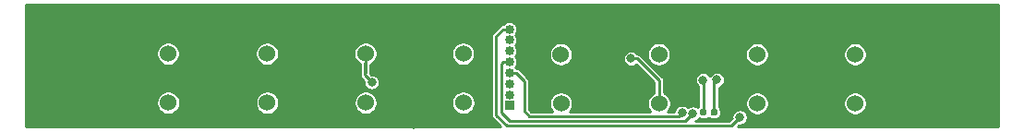
<source format=gbl>
%TF.GenerationSoftware,KiCad,Pcbnew,(5.1.6-0-10_14)*%
%TF.CreationDate,2020-06-29T16:19:24+02:00*%
%TF.ProjectId,rev0,72657630-2e6b-4696-9361-645f70636258,rev?*%
%TF.SameCoordinates,Original*%
%TF.FileFunction,Copper,L2,Bot*%
%TF.FilePolarity,Positive*%
%FSLAX46Y46*%
G04 Gerber Fmt 4.6, Leading zero omitted, Abs format (unit mm)*
G04 Created by KiCad (PCBNEW (5.1.6-0-10_14)) date 2020-06-29 16:19:24*
%MOMM*%
%LPD*%
G01*
G04 APERTURE LIST*
%TA.AperFunction,ComponentPad*%
%ADD10O,0.850000X0.850000*%
%TD*%
%TA.AperFunction,ComponentPad*%
%ADD11R,0.850000X0.850000*%
%TD*%
%TA.AperFunction,ComponentPad*%
%ADD12C,1.524000*%
%TD*%
%TA.AperFunction,ViaPad*%
%ADD13C,0.800000*%
%TD*%
%TA.AperFunction,Conductor*%
%ADD14C,0.250000*%
%TD*%
%TA.AperFunction,Conductor*%
%ADD15C,0.254000*%
%TD*%
G04 APERTURE END LIST*
D10*
%TO.P,J1,8*%
%TO.N,VCC*%
X147637500Y-83106500D03*
%TO.P,J1,7*%
%TO.N,SYN_A*%
X147637500Y-84106500D03*
%TO.P,J1,6*%
%TO.N,READY_A*%
X147637500Y-85106500D03*
%TO.P,J1,5*%
%TO.N,SCL*%
X147637500Y-86106500D03*
%TO.P,J1,4*%
%TO.N,SDA*%
X147637500Y-87106500D03*
%TO.P,J1,3*%
%TO.N,READY_B*%
X147637500Y-88106500D03*
%TO.P,J1,2*%
%TO.N,SYN_B*%
X147637500Y-89106500D03*
D11*
%TO.P,J1,1*%
%TO.N,GND*%
X147637500Y-90106500D03*
%TD*%
%TO.P,R3,2*%
%TO.N,VCC*%
%TA.AperFunction,SMDPad,CuDef*%
G36*
G01*
X166102800Y-90901300D02*
X166102800Y-90556300D01*
G75*
G02*
X166250300Y-90408800I147500J0D01*
G01*
X166545300Y-90408800D01*
G75*
G02*
X166692800Y-90556300I0J-147500D01*
G01*
X166692800Y-90901300D01*
G75*
G02*
X166545300Y-91048800I-147500J0D01*
G01*
X166250300Y-91048800D01*
G75*
G02*
X166102800Y-90901300I0J147500D01*
G01*
G37*
%TD.AperFunction*%
%TO.P,R3,1*%
%TO.N,Net-(IC2-Pad9)*%
%TA.AperFunction,SMDPad,CuDef*%
G36*
G01*
X165132800Y-90901300D02*
X165132800Y-90556300D01*
G75*
G02*
X165280300Y-90408800I147500J0D01*
G01*
X165575300Y-90408800D01*
G75*
G02*
X165722800Y-90556300I0J-147500D01*
G01*
X165722800Y-90901300D01*
G75*
G02*
X165575300Y-91048800I-147500J0D01*
G01*
X165280300Y-91048800D01*
G75*
G02*
X165132800Y-90901300I0J147500D01*
G01*
G37*
%TD.AperFunction*%
%TD*%
D12*
%TO.P,D8,2*%
%TO.N,VPD_B*%
X170355260Y-89903300D03*
%TO.P,D8,1*%
%TO.N,PD7*%
X170342560Y-85407500D03*
%TD*%
%TO.P,D7,2*%
%TO.N,VPD_B*%
X179346860Y-89903300D03*
%TO.P,D7,1*%
%TO.N,PD6*%
X179334160Y-85407500D03*
%TD*%
%TO.P,D6,2*%
%TO.N,VPD_B*%
X152372060Y-89903300D03*
%TO.P,D6,1*%
%TO.N,PD5*%
X152359360Y-85407500D03*
%TD*%
%TO.P,D5,2*%
%TO.N,VPD_B*%
X161363660Y-89903300D03*
%TO.P,D5,1*%
%TO.N,PD4*%
X161350960Y-85407500D03*
%TD*%
%TO.P,D4,2*%
%TO.N,VPD_A*%
X125427740Y-85356700D03*
%TO.P,D4,1*%
%TO.N,PD3*%
X125440440Y-89852500D03*
%TD*%
%TO.P,D3,2*%
%TO.N,VPD_A*%
X116347240Y-85356700D03*
%TO.P,D3,1*%
%TO.N,PD2*%
X116359940Y-89852500D03*
%TD*%
%TO.P,D2,2*%
%TO.N,VPD_A*%
X143398240Y-85356700D03*
%TO.P,D2,1*%
%TO.N,PD1*%
X143410940Y-89852500D03*
%TD*%
%TO.P,D1,2*%
%TO.N,VPD_A*%
X134444740Y-85356700D03*
%TO.P,D1,1*%
%TO.N,PD0*%
X134457440Y-89852500D03*
%TD*%
D13*
%TO.N,Net-(IC2-Pad9)*%
X165404800Y-87770498D03*
%TO.N,GND*%
X160274000Y-81635600D03*
X158902400Y-81686400D03*
X157276800Y-81686400D03*
X155498800Y-81686400D03*
X153466800Y-81686400D03*
X151587200Y-81686400D03*
X149555200Y-81635600D03*
X147675600Y-81686400D03*
X152603200Y-82956400D03*
X154584400Y-82956400D03*
X156464000Y-82905600D03*
X158699200Y-83108800D03*
X160731200Y-83058000D03*
X159562800Y-84886800D03*
X157581600Y-84836000D03*
X156006800Y-84734400D03*
X154127200Y-84226400D03*
X153822400Y-87680800D03*
X156464000Y-87680800D03*
X160070800Y-88900000D03*
X157683200Y-88900000D03*
X155244800Y-88798400D03*
X150876000Y-88900000D03*
X150418800Y-86512400D03*
X150571200Y-83870800D03*
X149860000Y-87985600D03*
X145338800Y-87477600D03*
X143256000Y-87477600D03*
X141630400Y-86106000D03*
X139039600Y-86055200D03*
X136448800Y-86055200D03*
X133146800Y-86360000D03*
X130556000Y-86309200D03*
X128422400Y-86258400D03*
X125425200Y-87376000D03*
X122529600Y-87426800D03*
X119938800Y-87528400D03*
X117043200Y-87528400D03*
X114147600Y-87680800D03*
X111201200Y-87680800D03*
X107848400Y-87731600D03*
X104444800Y-87833200D03*
X104292400Y-90576400D03*
X107645200Y-90525600D03*
X111150400Y-90830400D03*
X114452400Y-90932000D03*
X114096800Y-84480400D03*
X110896400Y-84277200D03*
X107492800Y-84429600D03*
X104444800Y-84531200D03*
X104444800Y-81940400D03*
X107492800Y-81889600D03*
X110693200Y-81686400D03*
X114147600Y-81737200D03*
X117398800Y-81635600D03*
X120294400Y-81737200D03*
X123444000Y-81737200D03*
X121158000Y-84277200D03*
X121208800Y-90373200D03*
X118567200Y-90220800D03*
X123850400Y-90474800D03*
X134162800Y-91795600D03*
X136652000Y-91795600D03*
X138836400Y-91846400D03*
X138684000Y-89458800D03*
X136398000Y-89408000D03*
X138582400Y-84023200D03*
X136499600Y-84023200D03*
X133604000Y-83972400D03*
X126339600Y-83261200D03*
X141732000Y-83870800D03*
X145592800Y-91592400D03*
X142087600Y-91592400D03*
X141071600Y-89560400D03*
X145491200Y-89763600D03*
X127863600Y-87630000D03*
X130962400Y-91236800D03*
X174955200Y-91135200D03*
X172110400Y-91135200D03*
X172008800Y-88646000D03*
X174955200Y-88696800D03*
X178003200Y-87985600D03*
X177952400Y-91236800D03*
X170281600Y-87680800D03*
X168808400Y-86766400D03*
X166928800Y-85902800D03*
X168605200Y-85242400D03*
X170332400Y-83261200D03*
X172567600Y-83261200D03*
X175107600Y-83159600D03*
X177139600Y-83312000D03*
X174142400Y-86258400D03*
X176479200Y-85394800D03*
X181152800Y-83413600D03*
X183997600Y-83210400D03*
X186232800Y-83159600D03*
X188417200Y-83159600D03*
X190804800Y-83058000D03*
X189890400Y-85394800D03*
X186994800Y-85293200D03*
X184759600Y-85242400D03*
X182270400Y-85191600D03*
X180644800Y-86715600D03*
X183642000Y-86817200D03*
X186283600Y-86817200D03*
X189382400Y-87071200D03*
X191770000Y-86106000D03*
X191820800Y-91135200D03*
X191516000Y-88442800D03*
X189687200Y-91236800D03*
X189636400Y-88798400D03*
X186944000Y-88646000D03*
X186842400Y-91033600D03*
X184251600Y-91084400D03*
X184200800Y-88950800D03*
X181660800Y-88849200D03*
X181660800Y-91135200D03*
X180340000Y-81737200D03*
X182778400Y-81686400D03*
X185115200Y-81686400D03*
X187604400Y-81686400D03*
X189433200Y-81788000D03*
X191617600Y-81635600D03*
X169011600Y-81280000D03*
X172212000Y-81178400D03*
X174853600Y-81178400D03*
X166827200Y-81584800D03*
X118364000Y-83566000D03*
X109626400Y-86055200D03*
X105867200Y-86055200D03*
X105918000Y-83159600D03*
X109321600Y-83058000D03*
X112928400Y-82753200D03*
X116230400Y-82753200D03*
X112776000Y-89662000D03*
X109524800Y-89306400D03*
X106070400Y-89306400D03*
X137769600Y-90627200D03*
X140157200Y-90627200D03*
X135686800Y-90779600D03*
X137668000Y-88493600D03*
X139903200Y-88442800D03*
X140157200Y-84582000D03*
X124155200Y-83769200D03*
X121259600Y-88747600D03*
X118668800Y-88442800D03*
X118567200Y-86207600D03*
X121412000Y-86207600D03*
X123647200Y-88747600D03*
X123850400Y-86258400D03*
X122174000Y-82753200D03*
X177901600Y-81330800D03*
X157175200Y-90322400D03*
X159562800Y-90373200D03*
X153873200Y-90373200D03*
X162661600Y-89357200D03*
X174193200Y-84429600D03*
X176072800Y-87071200D03*
X172313600Y-87071200D03*
X172110400Y-84785200D03*
%TO.N,VCC*%
X168757600Y-91186000D03*
X166674800Y-87745410D03*
%TO.N,VPD_A*%
X135026400Y-87974000D03*
%TO.N,VPD_B*%
X158800802Y-85801191D03*
%TO.N,SCL*%
X164460432Y-90839980D03*
%TO.N,SDA*%
X163462299Y-90765790D03*
%TD*%
D14*
%TO.N,Net-(IC2-Pad9)*%
X165427800Y-87793498D02*
X165404800Y-87770498D01*
X165427800Y-90728800D02*
X165427800Y-87793498D01*
%TO.N,VCC*%
X146437488Y-83705472D02*
X146437488Y-90977901D01*
X147444009Y-91984422D02*
X167959178Y-91984422D01*
X146437488Y-90977901D02*
X147444009Y-91984422D01*
X147036460Y-83106500D02*
X146437488Y-83705472D01*
X167959178Y-91984422D02*
X168757600Y-91186000D01*
X147637500Y-83106500D02*
X147036460Y-83106500D01*
X166397800Y-88022410D02*
X166674800Y-87745410D01*
X166397800Y-90728800D02*
X166397800Y-88022410D01*
%TO.N,VPD_A*%
X135026400Y-87974000D02*
X134366000Y-87313600D01*
X134366000Y-87313600D02*
X134366000Y-86207600D01*
X134444740Y-85356700D02*
X134444740Y-87099140D01*
%TO.N,VPD_B*%
X161363660Y-87798364D02*
X159366487Y-85801191D01*
X161363660Y-89903300D02*
X161363660Y-87798364D01*
X159366487Y-85801191D02*
X158800802Y-85801191D01*
%TO.N,SCL*%
X147637500Y-86106500D02*
X147036460Y-86106500D01*
X146887499Y-90791501D02*
X147630409Y-91534411D01*
X147036460Y-86106500D02*
X146887499Y-86255461D01*
X146887499Y-86255461D02*
X146887499Y-90791501D01*
X147630409Y-91534411D02*
X163766001Y-91534411D01*
X163766001Y-91534411D02*
X164460432Y-90839980D01*
%TO.N,SDA*%
X148238540Y-87106500D02*
X148996400Y-87864360D01*
X148996400Y-87864360D02*
X148996400Y-90627200D01*
X149453600Y-91084400D02*
X163143689Y-91084400D01*
X148996400Y-90627200D02*
X149453600Y-91084400D01*
X163143689Y-91084400D02*
X163462299Y-90765790D01*
X147637500Y-87106500D02*
X148238540Y-87106500D01*
%TD*%
D15*
%TO.N,GND*%
G36*
X192443000Y-82402022D02*
G01*
X192443000Y-88443977D01*
X192443001Y-88443983D01*
X192443001Y-92013000D01*
X168569824Y-92013000D01*
X168672507Y-91910317D01*
X168685997Y-91913000D01*
X168829203Y-91913000D01*
X168969658Y-91885062D01*
X169101964Y-91830259D01*
X169221036Y-91750698D01*
X169322298Y-91649436D01*
X169401859Y-91530364D01*
X169456662Y-91398058D01*
X169484600Y-91257603D01*
X169484600Y-91114397D01*
X169456662Y-90973942D01*
X169401859Y-90841636D01*
X169322298Y-90722564D01*
X169221036Y-90621302D01*
X169101964Y-90541741D01*
X168969658Y-90486938D01*
X168829203Y-90459000D01*
X168685997Y-90459000D01*
X168545542Y-90486938D01*
X168413236Y-90541741D01*
X168294164Y-90621302D01*
X168192902Y-90722564D01*
X168113341Y-90841636D01*
X168058538Y-90973942D01*
X168030600Y-91114397D01*
X168030600Y-91257603D01*
X168033283Y-91271093D01*
X167771955Y-91532422D01*
X164688472Y-91532422D01*
X164804796Y-91484239D01*
X164923868Y-91404678D01*
X165025130Y-91303416D01*
X165025762Y-91302471D01*
X165098111Y-91341142D01*
X165187421Y-91368234D01*
X165280300Y-91377382D01*
X165575300Y-91377382D01*
X165668179Y-91368234D01*
X165757489Y-91341142D01*
X165839797Y-91297148D01*
X165911941Y-91237941D01*
X165912800Y-91236894D01*
X165913659Y-91237941D01*
X165985803Y-91297148D01*
X166068111Y-91341142D01*
X166157421Y-91368234D01*
X166250300Y-91377382D01*
X166545300Y-91377382D01*
X166638179Y-91368234D01*
X166727489Y-91341142D01*
X166809797Y-91297148D01*
X166881941Y-91237941D01*
X166941148Y-91165797D01*
X166985142Y-91083489D01*
X167012234Y-90994179D01*
X167021382Y-90901300D01*
X167021382Y-90556300D01*
X167012234Y-90463421D01*
X166985142Y-90374111D01*
X166941148Y-90291803D01*
X166881941Y-90219659D01*
X166849800Y-90193282D01*
X166849800Y-89796043D01*
X169266260Y-89796043D01*
X169266260Y-90010557D01*
X169308110Y-90220950D01*
X169390201Y-90419135D01*
X169509379Y-90597497D01*
X169661063Y-90749181D01*
X169839425Y-90868359D01*
X170037610Y-90950450D01*
X170248003Y-90992300D01*
X170462517Y-90992300D01*
X170672910Y-90950450D01*
X170871095Y-90868359D01*
X171049457Y-90749181D01*
X171201141Y-90597497D01*
X171320319Y-90419135D01*
X171402410Y-90220950D01*
X171444260Y-90010557D01*
X171444260Y-89796043D01*
X178257860Y-89796043D01*
X178257860Y-90010557D01*
X178299710Y-90220950D01*
X178381801Y-90419135D01*
X178500979Y-90597497D01*
X178652663Y-90749181D01*
X178831025Y-90868359D01*
X179029210Y-90950450D01*
X179239603Y-90992300D01*
X179454117Y-90992300D01*
X179664510Y-90950450D01*
X179862695Y-90868359D01*
X180041057Y-90749181D01*
X180192741Y-90597497D01*
X180311919Y-90419135D01*
X180394010Y-90220950D01*
X180435860Y-90010557D01*
X180435860Y-89796043D01*
X180394010Y-89585650D01*
X180311919Y-89387465D01*
X180192741Y-89209103D01*
X180041057Y-89057419D01*
X179862695Y-88938241D01*
X179664510Y-88856150D01*
X179454117Y-88814300D01*
X179239603Y-88814300D01*
X179029210Y-88856150D01*
X178831025Y-88938241D01*
X178652663Y-89057419D01*
X178500979Y-89209103D01*
X178381801Y-89387465D01*
X178299710Y-89585650D01*
X178257860Y-89796043D01*
X171444260Y-89796043D01*
X171402410Y-89585650D01*
X171320319Y-89387465D01*
X171201141Y-89209103D01*
X171049457Y-89057419D01*
X170871095Y-88938241D01*
X170672910Y-88856150D01*
X170462517Y-88814300D01*
X170248003Y-88814300D01*
X170037610Y-88856150D01*
X169839425Y-88938241D01*
X169661063Y-89057419D01*
X169509379Y-89209103D01*
X169390201Y-89387465D01*
X169308110Y-89585650D01*
X169266260Y-89796043D01*
X166849800Y-89796043D01*
X166849800Y-88451843D01*
X166886858Y-88444472D01*
X167019164Y-88389669D01*
X167138236Y-88310108D01*
X167239498Y-88208846D01*
X167319059Y-88089774D01*
X167373862Y-87957468D01*
X167401800Y-87817013D01*
X167401800Y-87673807D01*
X167373862Y-87533352D01*
X167319059Y-87401046D01*
X167239498Y-87281974D01*
X167138236Y-87180712D01*
X167019164Y-87101151D01*
X166886858Y-87046348D01*
X166746403Y-87018410D01*
X166603197Y-87018410D01*
X166462742Y-87046348D01*
X166330436Y-87101151D01*
X166211364Y-87180712D01*
X166110102Y-87281974D01*
X166031418Y-87399733D01*
X165969498Y-87307062D01*
X165868236Y-87205800D01*
X165749164Y-87126239D01*
X165616858Y-87071436D01*
X165476403Y-87043498D01*
X165333197Y-87043498D01*
X165192742Y-87071436D01*
X165060436Y-87126239D01*
X164941364Y-87205800D01*
X164840102Y-87307062D01*
X164760541Y-87426134D01*
X164705738Y-87558440D01*
X164677800Y-87698895D01*
X164677800Y-87842101D01*
X164705738Y-87982556D01*
X164760541Y-88114862D01*
X164840102Y-88233934D01*
X164941364Y-88335196D01*
X164975801Y-88358206D01*
X164975800Y-90193281D01*
X164943659Y-90219659D01*
X164907168Y-90264123D01*
X164804796Y-90195721D01*
X164672490Y-90140918D01*
X164532035Y-90112980D01*
X164388829Y-90112980D01*
X164248374Y-90140918D01*
X164116068Y-90195721D01*
X163998752Y-90274109D01*
X163925735Y-90201092D01*
X163806663Y-90121531D01*
X163674357Y-90066728D01*
X163533902Y-90038790D01*
X163390696Y-90038790D01*
X163250241Y-90066728D01*
X163117935Y-90121531D01*
X162998863Y-90201092D01*
X162897601Y-90302354D01*
X162818040Y-90421426D01*
X162763237Y-90553732D01*
X162747589Y-90632400D01*
X162174638Y-90632400D01*
X162209541Y-90597497D01*
X162328719Y-90419135D01*
X162410810Y-90220950D01*
X162452660Y-90010557D01*
X162452660Y-89796043D01*
X162410810Y-89585650D01*
X162328719Y-89387465D01*
X162209541Y-89209103D01*
X162057857Y-89057419D01*
X161879495Y-88938241D01*
X161815660Y-88911800D01*
X161815660Y-87820568D01*
X161817847Y-87798363D01*
X161809120Y-87709756D01*
X161783274Y-87624554D01*
X161754970Y-87571601D01*
X161741303Y-87546031D01*
X161684819Y-87477205D01*
X161667571Y-87463050D01*
X159701810Y-85497291D01*
X159687646Y-85480032D01*
X159618820Y-85423548D01*
X159540297Y-85381577D01*
X159455094Y-85355731D01*
X159388692Y-85349191D01*
X159372046Y-85347551D01*
X159365500Y-85337755D01*
X159327988Y-85300243D01*
X160261960Y-85300243D01*
X160261960Y-85514757D01*
X160303810Y-85725150D01*
X160385901Y-85923335D01*
X160505079Y-86101697D01*
X160656763Y-86253381D01*
X160835125Y-86372559D01*
X161033310Y-86454650D01*
X161243703Y-86496500D01*
X161458217Y-86496500D01*
X161668610Y-86454650D01*
X161866795Y-86372559D01*
X162045157Y-86253381D01*
X162196841Y-86101697D01*
X162316019Y-85923335D01*
X162398110Y-85725150D01*
X162439960Y-85514757D01*
X162439960Y-85300243D01*
X169253560Y-85300243D01*
X169253560Y-85514757D01*
X169295410Y-85725150D01*
X169377501Y-85923335D01*
X169496679Y-86101697D01*
X169648363Y-86253381D01*
X169826725Y-86372559D01*
X170024910Y-86454650D01*
X170235303Y-86496500D01*
X170449817Y-86496500D01*
X170660210Y-86454650D01*
X170858395Y-86372559D01*
X171036757Y-86253381D01*
X171188441Y-86101697D01*
X171307619Y-85923335D01*
X171389710Y-85725150D01*
X171431560Y-85514757D01*
X171431560Y-85300243D01*
X178245160Y-85300243D01*
X178245160Y-85514757D01*
X178287010Y-85725150D01*
X178369101Y-85923335D01*
X178488279Y-86101697D01*
X178639963Y-86253381D01*
X178818325Y-86372559D01*
X179016510Y-86454650D01*
X179226903Y-86496500D01*
X179441417Y-86496500D01*
X179651810Y-86454650D01*
X179849995Y-86372559D01*
X180028357Y-86253381D01*
X180180041Y-86101697D01*
X180299219Y-85923335D01*
X180381310Y-85725150D01*
X180423160Y-85514757D01*
X180423160Y-85300243D01*
X180381310Y-85089850D01*
X180299219Y-84891665D01*
X180180041Y-84713303D01*
X180028357Y-84561619D01*
X179849995Y-84442441D01*
X179651810Y-84360350D01*
X179441417Y-84318500D01*
X179226903Y-84318500D01*
X179016510Y-84360350D01*
X178818325Y-84442441D01*
X178639963Y-84561619D01*
X178488279Y-84713303D01*
X178369101Y-84891665D01*
X178287010Y-85089850D01*
X178245160Y-85300243D01*
X171431560Y-85300243D01*
X171389710Y-85089850D01*
X171307619Y-84891665D01*
X171188441Y-84713303D01*
X171036757Y-84561619D01*
X170858395Y-84442441D01*
X170660210Y-84360350D01*
X170449817Y-84318500D01*
X170235303Y-84318500D01*
X170024910Y-84360350D01*
X169826725Y-84442441D01*
X169648363Y-84561619D01*
X169496679Y-84713303D01*
X169377501Y-84891665D01*
X169295410Y-85089850D01*
X169253560Y-85300243D01*
X162439960Y-85300243D01*
X162398110Y-85089850D01*
X162316019Y-84891665D01*
X162196841Y-84713303D01*
X162045157Y-84561619D01*
X161866795Y-84442441D01*
X161668610Y-84360350D01*
X161458217Y-84318500D01*
X161243703Y-84318500D01*
X161033310Y-84360350D01*
X160835125Y-84442441D01*
X160656763Y-84561619D01*
X160505079Y-84713303D01*
X160385901Y-84891665D01*
X160303810Y-85089850D01*
X160261960Y-85300243D01*
X159327988Y-85300243D01*
X159264238Y-85236493D01*
X159145166Y-85156932D01*
X159012860Y-85102129D01*
X158872405Y-85074191D01*
X158729199Y-85074191D01*
X158588744Y-85102129D01*
X158456438Y-85156932D01*
X158337366Y-85236493D01*
X158236104Y-85337755D01*
X158156543Y-85456827D01*
X158101740Y-85589133D01*
X158073802Y-85729588D01*
X158073802Y-85872794D01*
X158101740Y-86013249D01*
X158156543Y-86145555D01*
X158236104Y-86264627D01*
X158337366Y-86365889D01*
X158456438Y-86445450D01*
X158588744Y-86500253D01*
X158729199Y-86528191D01*
X158872405Y-86528191D01*
X159012860Y-86500253D01*
X159145166Y-86445450D01*
X159264238Y-86365889D01*
X159278100Y-86352027D01*
X160911661Y-87985590D01*
X160911660Y-88911799D01*
X160847825Y-88938241D01*
X160669463Y-89057419D01*
X160517779Y-89209103D01*
X160398601Y-89387465D01*
X160316510Y-89585650D01*
X160274660Y-89796043D01*
X160274660Y-90010557D01*
X160316510Y-90220950D01*
X160398601Y-90419135D01*
X160517779Y-90597497D01*
X160552682Y-90632400D01*
X153183038Y-90632400D01*
X153217941Y-90597497D01*
X153337119Y-90419135D01*
X153419210Y-90220950D01*
X153461060Y-90010557D01*
X153461060Y-89796043D01*
X153419210Y-89585650D01*
X153337119Y-89387465D01*
X153217941Y-89209103D01*
X153066257Y-89057419D01*
X152887895Y-88938241D01*
X152689710Y-88856150D01*
X152479317Y-88814300D01*
X152264803Y-88814300D01*
X152054410Y-88856150D01*
X151856225Y-88938241D01*
X151677863Y-89057419D01*
X151526179Y-89209103D01*
X151407001Y-89387465D01*
X151324910Y-89585650D01*
X151283060Y-89796043D01*
X151283060Y-90010557D01*
X151324910Y-90220950D01*
X151407001Y-90419135D01*
X151526179Y-90597497D01*
X151561082Y-90632400D01*
X149640824Y-90632400D01*
X149448400Y-90439976D01*
X149448400Y-87886565D01*
X149450587Y-87864360D01*
X149441860Y-87775752D01*
X149416014Y-87690550D01*
X149397976Y-87656803D01*
X149374043Y-87612027D01*
X149317559Y-87543201D01*
X149300306Y-87529042D01*
X148573863Y-86802600D01*
X148559699Y-86785341D01*
X148490873Y-86728857D01*
X148412350Y-86686886D01*
X148327147Y-86661040D01*
X148260745Y-86654500D01*
X148238540Y-86652313D01*
X148238451Y-86652322D01*
X148221617Y-86627128D01*
X148200989Y-86606500D01*
X148221617Y-86585872D01*
X148303914Y-86462706D01*
X148360601Y-86325850D01*
X148389500Y-86180566D01*
X148389500Y-86032434D01*
X148360601Y-85887150D01*
X148303914Y-85750294D01*
X148221617Y-85627128D01*
X148200989Y-85606500D01*
X148221617Y-85585872D01*
X148303914Y-85462706D01*
X148360601Y-85325850D01*
X148365694Y-85300243D01*
X151270360Y-85300243D01*
X151270360Y-85514757D01*
X151312210Y-85725150D01*
X151394301Y-85923335D01*
X151513479Y-86101697D01*
X151665163Y-86253381D01*
X151843525Y-86372559D01*
X152041710Y-86454650D01*
X152252103Y-86496500D01*
X152466617Y-86496500D01*
X152677010Y-86454650D01*
X152875195Y-86372559D01*
X153053557Y-86253381D01*
X153205241Y-86101697D01*
X153324419Y-85923335D01*
X153406510Y-85725150D01*
X153448360Y-85514757D01*
X153448360Y-85300243D01*
X153406510Y-85089850D01*
X153324419Y-84891665D01*
X153205241Y-84713303D01*
X153053557Y-84561619D01*
X152875195Y-84442441D01*
X152677010Y-84360350D01*
X152466617Y-84318500D01*
X152252103Y-84318500D01*
X152041710Y-84360350D01*
X151843525Y-84442441D01*
X151665163Y-84561619D01*
X151513479Y-84713303D01*
X151394301Y-84891665D01*
X151312210Y-85089850D01*
X151270360Y-85300243D01*
X148365694Y-85300243D01*
X148389500Y-85180566D01*
X148389500Y-85032434D01*
X148360601Y-84887150D01*
X148303914Y-84750294D01*
X148221617Y-84627128D01*
X148200989Y-84606500D01*
X148221617Y-84585872D01*
X148303914Y-84462706D01*
X148360601Y-84325850D01*
X148389500Y-84180566D01*
X148389500Y-84032434D01*
X148360601Y-83887150D01*
X148303914Y-83750294D01*
X148221617Y-83627128D01*
X148200989Y-83606500D01*
X148221617Y-83585872D01*
X148303914Y-83462706D01*
X148360601Y-83325850D01*
X148389500Y-83180566D01*
X148389500Y-83032434D01*
X148360601Y-82887150D01*
X148303914Y-82750294D01*
X148221617Y-82627128D01*
X148116872Y-82522383D01*
X147993706Y-82440086D01*
X147856850Y-82383399D01*
X147711566Y-82354500D01*
X147563434Y-82354500D01*
X147418150Y-82383399D01*
X147281294Y-82440086D01*
X147158128Y-82522383D01*
X147053383Y-82627128D01*
X147036549Y-82652322D01*
X147036459Y-82652313D01*
X146947852Y-82661040D01*
X146928022Y-82667056D01*
X146862650Y-82686886D01*
X146784127Y-82728857D01*
X146715301Y-82785341D01*
X146701145Y-82802590D01*
X146133588Y-83370149D01*
X146116329Y-83384313D01*
X146059846Y-83453139D01*
X146017874Y-83531663D01*
X145992028Y-83616865D01*
X145983301Y-83705472D01*
X145985488Y-83727677D01*
X145985489Y-90955686D01*
X145983301Y-90977901D01*
X145992028Y-91066508D01*
X146017874Y-91151710D01*
X146036203Y-91186001D01*
X146059846Y-91230234D01*
X146116330Y-91299060D01*
X146133584Y-91313220D01*
X146833363Y-92013000D01*
X103297000Y-92013000D01*
X103297000Y-89745243D01*
X115270940Y-89745243D01*
X115270940Y-89959757D01*
X115312790Y-90170150D01*
X115394881Y-90368335D01*
X115514059Y-90546697D01*
X115665743Y-90698381D01*
X115844105Y-90817559D01*
X116042290Y-90899650D01*
X116252683Y-90941500D01*
X116467197Y-90941500D01*
X116677590Y-90899650D01*
X116875775Y-90817559D01*
X117054137Y-90698381D01*
X117205821Y-90546697D01*
X117324999Y-90368335D01*
X117407090Y-90170150D01*
X117448940Y-89959757D01*
X117448940Y-89745243D01*
X124351440Y-89745243D01*
X124351440Y-89959757D01*
X124393290Y-90170150D01*
X124475381Y-90368335D01*
X124594559Y-90546697D01*
X124746243Y-90698381D01*
X124924605Y-90817559D01*
X125122790Y-90899650D01*
X125333183Y-90941500D01*
X125547697Y-90941500D01*
X125758090Y-90899650D01*
X125956275Y-90817559D01*
X126134637Y-90698381D01*
X126286321Y-90546697D01*
X126405499Y-90368335D01*
X126487590Y-90170150D01*
X126529440Y-89959757D01*
X126529440Y-89745243D01*
X133368440Y-89745243D01*
X133368440Y-89959757D01*
X133410290Y-90170150D01*
X133492381Y-90368335D01*
X133611559Y-90546697D01*
X133763243Y-90698381D01*
X133941605Y-90817559D01*
X134139790Y-90899650D01*
X134350183Y-90941500D01*
X134564697Y-90941500D01*
X134775090Y-90899650D01*
X134973275Y-90817559D01*
X135151637Y-90698381D01*
X135303321Y-90546697D01*
X135422499Y-90368335D01*
X135504590Y-90170150D01*
X135546440Y-89959757D01*
X135546440Y-89745243D01*
X142321940Y-89745243D01*
X142321940Y-89959757D01*
X142363790Y-90170150D01*
X142445881Y-90368335D01*
X142565059Y-90546697D01*
X142716743Y-90698381D01*
X142895105Y-90817559D01*
X143093290Y-90899650D01*
X143303683Y-90941500D01*
X143518197Y-90941500D01*
X143728590Y-90899650D01*
X143926775Y-90817559D01*
X144105137Y-90698381D01*
X144256821Y-90546697D01*
X144375999Y-90368335D01*
X144458090Y-90170150D01*
X144499940Y-89959757D01*
X144499940Y-89745243D01*
X144458090Y-89534850D01*
X144375999Y-89336665D01*
X144256821Y-89158303D01*
X144105137Y-89006619D01*
X143926775Y-88887441D01*
X143728590Y-88805350D01*
X143518197Y-88763500D01*
X143303683Y-88763500D01*
X143093290Y-88805350D01*
X142895105Y-88887441D01*
X142716743Y-89006619D01*
X142565059Y-89158303D01*
X142445881Y-89336665D01*
X142363790Y-89534850D01*
X142321940Y-89745243D01*
X135546440Y-89745243D01*
X135504590Y-89534850D01*
X135422499Y-89336665D01*
X135303321Y-89158303D01*
X135151637Y-89006619D01*
X134973275Y-88887441D01*
X134775090Y-88805350D01*
X134564697Y-88763500D01*
X134350183Y-88763500D01*
X134139790Y-88805350D01*
X133941605Y-88887441D01*
X133763243Y-89006619D01*
X133611559Y-89158303D01*
X133492381Y-89336665D01*
X133410290Y-89534850D01*
X133368440Y-89745243D01*
X126529440Y-89745243D01*
X126487590Y-89534850D01*
X126405499Y-89336665D01*
X126286321Y-89158303D01*
X126134637Y-89006619D01*
X125956275Y-88887441D01*
X125758090Y-88805350D01*
X125547697Y-88763500D01*
X125333183Y-88763500D01*
X125122790Y-88805350D01*
X124924605Y-88887441D01*
X124746243Y-89006619D01*
X124594559Y-89158303D01*
X124475381Y-89336665D01*
X124393290Y-89534850D01*
X124351440Y-89745243D01*
X117448940Y-89745243D01*
X117407090Y-89534850D01*
X117324999Y-89336665D01*
X117205821Y-89158303D01*
X117054137Y-89006619D01*
X116875775Y-88887441D01*
X116677590Y-88805350D01*
X116467197Y-88763500D01*
X116252683Y-88763500D01*
X116042290Y-88805350D01*
X115844105Y-88887441D01*
X115665743Y-89006619D01*
X115514059Y-89158303D01*
X115394881Y-89336665D01*
X115312790Y-89534850D01*
X115270940Y-89745243D01*
X103297000Y-89745243D01*
X103297000Y-85249443D01*
X115258240Y-85249443D01*
X115258240Y-85463957D01*
X115300090Y-85674350D01*
X115382181Y-85872535D01*
X115501359Y-86050897D01*
X115653043Y-86202581D01*
X115831405Y-86321759D01*
X116029590Y-86403850D01*
X116239983Y-86445700D01*
X116454497Y-86445700D01*
X116664890Y-86403850D01*
X116863075Y-86321759D01*
X117041437Y-86202581D01*
X117193121Y-86050897D01*
X117312299Y-85872535D01*
X117394390Y-85674350D01*
X117436240Y-85463957D01*
X117436240Y-85249443D01*
X124338740Y-85249443D01*
X124338740Y-85463957D01*
X124380590Y-85674350D01*
X124462681Y-85872535D01*
X124581859Y-86050897D01*
X124733543Y-86202581D01*
X124911905Y-86321759D01*
X125110090Y-86403850D01*
X125320483Y-86445700D01*
X125534997Y-86445700D01*
X125745390Y-86403850D01*
X125943575Y-86321759D01*
X126121937Y-86202581D01*
X126273621Y-86050897D01*
X126392799Y-85872535D01*
X126474890Y-85674350D01*
X126516740Y-85463957D01*
X126516740Y-85249443D01*
X133355740Y-85249443D01*
X133355740Y-85463957D01*
X133397590Y-85674350D01*
X133479681Y-85872535D01*
X133598859Y-86050897D01*
X133750543Y-86202581D01*
X133914001Y-86311800D01*
X133914000Y-87291395D01*
X133911813Y-87313600D01*
X133920540Y-87402207D01*
X133927798Y-87426134D01*
X133946386Y-87487409D01*
X133988357Y-87565932D01*
X134044841Y-87634759D01*
X134062100Y-87648923D01*
X134302083Y-87888907D01*
X134299400Y-87902397D01*
X134299400Y-88045603D01*
X134327338Y-88186058D01*
X134382141Y-88318364D01*
X134461702Y-88437436D01*
X134562964Y-88538698D01*
X134682036Y-88618259D01*
X134814342Y-88673062D01*
X134954797Y-88701000D01*
X135098003Y-88701000D01*
X135238458Y-88673062D01*
X135370764Y-88618259D01*
X135489836Y-88538698D01*
X135591098Y-88437436D01*
X135670659Y-88318364D01*
X135725462Y-88186058D01*
X135753400Y-88045603D01*
X135753400Y-87902397D01*
X135725462Y-87761942D01*
X135670659Y-87629636D01*
X135591098Y-87510564D01*
X135489836Y-87409302D01*
X135370764Y-87329741D01*
X135238458Y-87274938D01*
X135098003Y-87247000D01*
X134954797Y-87247000D01*
X134941307Y-87249683D01*
X134887679Y-87196056D01*
X134890200Y-87187747D01*
X134896740Y-87121345D01*
X134896740Y-86348200D01*
X134960575Y-86321759D01*
X135138937Y-86202581D01*
X135290621Y-86050897D01*
X135409799Y-85872535D01*
X135491890Y-85674350D01*
X135533740Y-85463957D01*
X135533740Y-85249443D01*
X142309240Y-85249443D01*
X142309240Y-85463957D01*
X142351090Y-85674350D01*
X142433181Y-85872535D01*
X142552359Y-86050897D01*
X142704043Y-86202581D01*
X142882405Y-86321759D01*
X143080590Y-86403850D01*
X143290983Y-86445700D01*
X143505497Y-86445700D01*
X143715890Y-86403850D01*
X143914075Y-86321759D01*
X144092437Y-86202581D01*
X144244121Y-86050897D01*
X144363299Y-85872535D01*
X144445390Y-85674350D01*
X144487240Y-85463957D01*
X144487240Y-85249443D01*
X144445390Y-85039050D01*
X144363299Y-84840865D01*
X144244121Y-84662503D01*
X144092437Y-84510819D01*
X143914075Y-84391641D01*
X143715890Y-84309550D01*
X143505497Y-84267700D01*
X143290983Y-84267700D01*
X143080590Y-84309550D01*
X142882405Y-84391641D01*
X142704043Y-84510819D01*
X142552359Y-84662503D01*
X142433181Y-84840865D01*
X142351090Y-85039050D01*
X142309240Y-85249443D01*
X135533740Y-85249443D01*
X135491890Y-85039050D01*
X135409799Y-84840865D01*
X135290621Y-84662503D01*
X135138937Y-84510819D01*
X134960575Y-84391641D01*
X134762390Y-84309550D01*
X134551997Y-84267700D01*
X134337483Y-84267700D01*
X134127090Y-84309550D01*
X133928905Y-84391641D01*
X133750543Y-84510819D01*
X133598859Y-84662503D01*
X133479681Y-84840865D01*
X133397590Y-85039050D01*
X133355740Y-85249443D01*
X126516740Y-85249443D01*
X126474890Y-85039050D01*
X126392799Y-84840865D01*
X126273621Y-84662503D01*
X126121937Y-84510819D01*
X125943575Y-84391641D01*
X125745390Y-84309550D01*
X125534997Y-84267700D01*
X125320483Y-84267700D01*
X125110090Y-84309550D01*
X124911905Y-84391641D01*
X124733543Y-84510819D01*
X124581859Y-84662503D01*
X124462681Y-84840865D01*
X124380590Y-85039050D01*
X124338740Y-85249443D01*
X117436240Y-85249443D01*
X117394390Y-85039050D01*
X117312299Y-84840865D01*
X117193121Y-84662503D01*
X117041437Y-84510819D01*
X116863075Y-84391641D01*
X116664890Y-84309550D01*
X116454497Y-84267700D01*
X116239983Y-84267700D01*
X116029590Y-84309550D01*
X115831405Y-84391641D01*
X115653043Y-84510819D01*
X115501359Y-84662503D01*
X115382181Y-84840865D01*
X115300090Y-85039050D01*
X115258240Y-85249443D01*
X103297000Y-85249443D01*
X103297000Y-82402021D01*
X103296998Y-80850000D01*
X192443001Y-80850000D01*
X192443000Y-82402022D01*
G37*
X192443000Y-82402022D02*
X192443000Y-88443977D01*
X192443001Y-88443983D01*
X192443001Y-92013000D01*
X168569824Y-92013000D01*
X168672507Y-91910317D01*
X168685997Y-91913000D01*
X168829203Y-91913000D01*
X168969658Y-91885062D01*
X169101964Y-91830259D01*
X169221036Y-91750698D01*
X169322298Y-91649436D01*
X169401859Y-91530364D01*
X169456662Y-91398058D01*
X169484600Y-91257603D01*
X169484600Y-91114397D01*
X169456662Y-90973942D01*
X169401859Y-90841636D01*
X169322298Y-90722564D01*
X169221036Y-90621302D01*
X169101964Y-90541741D01*
X168969658Y-90486938D01*
X168829203Y-90459000D01*
X168685997Y-90459000D01*
X168545542Y-90486938D01*
X168413236Y-90541741D01*
X168294164Y-90621302D01*
X168192902Y-90722564D01*
X168113341Y-90841636D01*
X168058538Y-90973942D01*
X168030600Y-91114397D01*
X168030600Y-91257603D01*
X168033283Y-91271093D01*
X167771955Y-91532422D01*
X164688472Y-91532422D01*
X164804796Y-91484239D01*
X164923868Y-91404678D01*
X165025130Y-91303416D01*
X165025762Y-91302471D01*
X165098111Y-91341142D01*
X165187421Y-91368234D01*
X165280300Y-91377382D01*
X165575300Y-91377382D01*
X165668179Y-91368234D01*
X165757489Y-91341142D01*
X165839797Y-91297148D01*
X165911941Y-91237941D01*
X165912800Y-91236894D01*
X165913659Y-91237941D01*
X165985803Y-91297148D01*
X166068111Y-91341142D01*
X166157421Y-91368234D01*
X166250300Y-91377382D01*
X166545300Y-91377382D01*
X166638179Y-91368234D01*
X166727489Y-91341142D01*
X166809797Y-91297148D01*
X166881941Y-91237941D01*
X166941148Y-91165797D01*
X166985142Y-91083489D01*
X167012234Y-90994179D01*
X167021382Y-90901300D01*
X167021382Y-90556300D01*
X167012234Y-90463421D01*
X166985142Y-90374111D01*
X166941148Y-90291803D01*
X166881941Y-90219659D01*
X166849800Y-90193282D01*
X166849800Y-89796043D01*
X169266260Y-89796043D01*
X169266260Y-90010557D01*
X169308110Y-90220950D01*
X169390201Y-90419135D01*
X169509379Y-90597497D01*
X169661063Y-90749181D01*
X169839425Y-90868359D01*
X170037610Y-90950450D01*
X170248003Y-90992300D01*
X170462517Y-90992300D01*
X170672910Y-90950450D01*
X170871095Y-90868359D01*
X171049457Y-90749181D01*
X171201141Y-90597497D01*
X171320319Y-90419135D01*
X171402410Y-90220950D01*
X171444260Y-90010557D01*
X171444260Y-89796043D01*
X178257860Y-89796043D01*
X178257860Y-90010557D01*
X178299710Y-90220950D01*
X178381801Y-90419135D01*
X178500979Y-90597497D01*
X178652663Y-90749181D01*
X178831025Y-90868359D01*
X179029210Y-90950450D01*
X179239603Y-90992300D01*
X179454117Y-90992300D01*
X179664510Y-90950450D01*
X179862695Y-90868359D01*
X180041057Y-90749181D01*
X180192741Y-90597497D01*
X180311919Y-90419135D01*
X180394010Y-90220950D01*
X180435860Y-90010557D01*
X180435860Y-89796043D01*
X180394010Y-89585650D01*
X180311919Y-89387465D01*
X180192741Y-89209103D01*
X180041057Y-89057419D01*
X179862695Y-88938241D01*
X179664510Y-88856150D01*
X179454117Y-88814300D01*
X179239603Y-88814300D01*
X179029210Y-88856150D01*
X178831025Y-88938241D01*
X178652663Y-89057419D01*
X178500979Y-89209103D01*
X178381801Y-89387465D01*
X178299710Y-89585650D01*
X178257860Y-89796043D01*
X171444260Y-89796043D01*
X171402410Y-89585650D01*
X171320319Y-89387465D01*
X171201141Y-89209103D01*
X171049457Y-89057419D01*
X170871095Y-88938241D01*
X170672910Y-88856150D01*
X170462517Y-88814300D01*
X170248003Y-88814300D01*
X170037610Y-88856150D01*
X169839425Y-88938241D01*
X169661063Y-89057419D01*
X169509379Y-89209103D01*
X169390201Y-89387465D01*
X169308110Y-89585650D01*
X169266260Y-89796043D01*
X166849800Y-89796043D01*
X166849800Y-88451843D01*
X166886858Y-88444472D01*
X167019164Y-88389669D01*
X167138236Y-88310108D01*
X167239498Y-88208846D01*
X167319059Y-88089774D01*
X167373862Y-87957468D01*
X167401800Y-87817013D01*
X167401800Y-87673807D01*
X167373862Y-87533352D01*
X167319059Y-87401046D01*
X167239498Y-87281974D01*
X167138236Y-87180712D01*
X167019164Y-87101151D01*
X166886858Y-87046348D01*
X166746403Y-87018410D01*
X166603197Y-87018410D01*
X166462742Y-87046348D01*
X166330436Y-87101151D01*
X166211364Y-87180712D01*
X166110102Y-87281974D01*
X166031418Y-87399733D01*
X165969498Y-87307062D01*
X165868236Y-87205800D01*
X165749164Y-87126239D01*
X165616858Y-87071436D01*
X165476403Y-87043498D01*
X165333197Y-87043498D01*
X165192742Y-87071436D01*
X165060436Y-87126239D01*
X164941364Y-87205800D01*
X164840102Y-87307062D01*
X164760541Y-87426134D01*
X164705738Y-87558440D01*
X164677800Y-87698895D01*
X164677800Y-87842101D01*
X164705738Y-87982556D01*
X164760541Y-88114862D01*
X164840102Y-88233934D01*
X164941364Y-88335196D01*
X164975801Y-88358206D01*
X164975800Y-90193281D01*
X164943659Y-90219659D01*
X164907168Y-90264123D01*
X164804796Y-90195721D01*
X164672490Y-90140918D01*
X164532035Y-90112980D01*
X164388829Y-90112980D01*
X164248374Y-90140918D01*
X164116068Y-90195721D01*
X163998752Y-90274109D01*
X163925735Y-90201092D01*
X163806663Y-90121531D01*
X163674357Y-90066728D01*
X163533902Y-90038790D01*
X163390696Y-90038790D01*
X163250241Y-90066728D01*
X163117935Y-90121531D01*
X162998863Y-90201092D01*
X162897601Y-90302354D01*
X162818040Y-90421426D01*
X162763237Y-90553732D01*
X162747589Y-90632400D01*
X162174638Y-90632400D01*
X162209541Y-90597497D01*
X162328719Y-90419135D01*
X162410810Y-90220950D01*
X162452660Y-90010557D01*
X162452660Y-89796043D01*
X162410810Y-89585650D01*
X162328719Y-89387465D01*
X162209541Y-89209103D01*
X162057857Y-89057419D01*
X161879495Y-88938241D01*
X161815660Y-88911800D01*
X161815660Y-87820568D01*
X161817847Y-87798363D01*
X161809120Y-87709756D01*
X161783274Y-87624554D01*
X161754970Y-87571601D01*
X161741303Y-87546031D01*
X161684819Y-87477205D01*
X161667571Y-87463050D01*
X159701810Y-85497291D01*
X159687646Y-85480032D01*
X159618820Y-85423548D01*
X159540297Y-85381577D01*
X159455094Y-85355731D01*
X159388692Y-85349191D01*
X159372046Y-85347551D01*
X159365500Y-85337755D01*
X159327988Y-85300243D01*
X160261960Y-85300243D01*
X160261960Y-85514757D01*
X160303810Y-85725150D01*
X160385901Y-85923335D01*
X160505079Y-86101697D01*
X160656763Y-86253381D01*
X160835125Y-86372559D01*
X161033310Y-86454650D01*
X161243703Y-86496500D01*
X161458217Y-86496500D01*
X161668610Y-86454650D01*
X161866795Y-86372559D01*
X162045157Y-86253381D01*
X162196841Y-86101697D01*
X162316019Y-85923335D01*
X162398110Y-85725150D01*
X162439960Y-85514757D01*
X162439960Y-85300243D01*
X169253560Y-85300243D01*
X169253560Y-85514757D01*
X169295410Y-85725150D01*
X169377501Y-85923335D01*
X169496679Y-86101697D01*
X169648363Y-86253381D01*
X169826725Y-86372559D01*
X170024910Y-86454650D01*
X170235303Y-86496500D01*
X170449817Y-86496500D01*
X170660210Y-86454650D01*
X170858395Y-86372559D01*
X171036757Y-86253381D01*
X171188441Y-86101697D01*
X171307619Y-85923335D01*
X171389710Y-85725150D01*
X171431560Y-85514757D01*
X171431560Y-85300243D01*
X178245160Y-85300243D01*
X178245160Y-85514757D01*
X178287010Y-85725150D01*
X178369101Y-85923335D01*
X178488279Y-86101697D01*
X178639963Y-86253381D01*
X178818325Y-86372559D01*
X179016510Y-86454650D01*
X179226903Y-86496500D01*
X179441417Y-86496500D01*
X179651810Y-86454650D01*
X179849995Y-86372559D01*
X180028357Y-86253381D01*
X180180041Y-86101697D01*
X180299219Y-85923335D01*
X180381310Y-85725150D01*
X180423160Y-85514757D01*
X180423160Y-85300243D01*
X180381310Y-85089850D01*
X180299219Y-84891665D01*
X180180041Y-84713303D01*
X180028357Y-84561619D01*
X179849995Y-84442441D01*
X179651810Y-84360350D01*
X179441417Y-84318500D01*
X179226903Y-84318500D01*
X179016510Y-84360350D01*
X178818325Y-84442441D01*
X178639963Y-84561619D01*
X178488279Y-84713303D01*
X178369101Y-84891665D01*
X178287010Y-85089850D01*
X178245160Y-85300243D01*
X171431560Y-85300243D01*
X171389710Y-85089850D01*
X171307619Y-84891665D01*
X171188441Y-84713303D01*
X171036757Y-84561619D01*
X170858395Y-84442441D01*
X170660210Y-84360350D01*
X170449817Y-84318500D01*
X170235303Y-84318500D01*
X170024910Y-84360350D01*
X169826725Y-84442441D01*
X169648363Y-84561619D01*
X169496679Y-84713303D01*
X169377501Y-84891665D01*
X169295410Y-85089850D01*
X169253560Y-85300243D01*
X162439960Y-85300243D01*
X162398110Y-85089850D01*
X162316019Y-84891665D01*
X162196841Y-84713303D01*
X162045157Y-84561619D01*
X161866795Y-84442441D01*
X161668610Y-84360350D01*
X161458217Y-84318500D01*
X161243703Y-84318500D01*
X161033310Y-84360350D01*
X160835125Y-84442441D01*
X160656763Y-84561619D01*
X160505079Y-84713303D01*
X160385901Y-84891665D01*
X160303810Y-85089850D01*
X160261960Y-85300243D01*
X159327988Y-85300243D01*
X159264238Y-85236493D01*
X159145166Y-85156932D01*
X159012860Y-85102129D01*
X158872405Y-85074191D01*
X158729199Y-85074191D01*
X158588744Y-85102129D01*
X158456438Y-85156932D01*
X158337366Y-85236493D01*
X158236104Y-85337755D01*
X158156543Y-85456827D01*
X158101740Y-85589133D01*
X158073802Y-85729588D01*
X158073802Y-85872794D01*
X158101740Y-86013249D01*
X158156543Y-86145555D01*
X158236104Y-86264627D01*
X158337366Y-86365889D01*
X158456438Y-86445450D01*
X158588744Y-86500253D01*
X158729199Y-86528191D01*
X158872405Y-86528191D01*
X159012860Y-86500253D01*
X159145166Y-86445450D01*
X159264238Y-86365889D01*
X159278100Y-86352027D01*
X160911661Y-87985590D01*
X160911660Y-88911799D01*
X160847825Y-88938241D01*
X160669463Y-89057419D01*
X160517779Y-89209103D01*
X160398601Y-89387465D01*
X160316510Y-89585650D01*
X160274660Y-89796043D01*
X160274660Y-90010557D01*
X160316510Y-90220950D01*
X160398601Y-90419135D01*
X160517779Y-90597497D01*
X160552682Y-90632400D01*
X153183038Y-90632400D01*
X153217941Y-90597497D01*
X153337119Y-90419135D01*
X153419210Y-90220950D01*
X153461060Y-90010557D01*
X153461060Y-89796043D01*
X153419210Y-89585650D01*
X153337119Y-89387465D01*
X153217941Y-89209103D01*
X153066257Y-89057419D01*
X152887895Y-88938241D01*
X152689710Y-88856150D01*
X152479317Y-88814300D01*
X152264803Y-88814300D01*
X152054410Y-88856150D01*
X151856225Y-88938241D01*
X151677863Y-89057419D01*
X151526179Y-89209103D01*
X151407001Y-89387465D01*
X151324910Y-89585650D01*
X151283060Y-89796043D01*
X151283060Y-90010557D01*
X151324910Y-90220950D01*
X151407001Y-90419135D01*
X151526179Y-90597497D01*
X151561082Y-90632400D01*
X149640824Y-90632400D01*
X149448400Y-90439976D01*
X149448400Y-87886565D01*
X149450587Y-87864360D01*
X149441860Y-87775752D01*
X149416014Y-87690550D01*
X149397976Y-87656803D01*
X149374043Y-87612027D01*
X149317559Y-87543201D01*
X149300306Y-87529042D01*
X148573863Y-86802600D01*
X148559699Y-86785341D01*
X148490873Y-86728857D01*
X148412350Y-86686886D01*
X148327147Y-86661040D01*
X148260745Y-86654500D01*
X148238540Y-86652313D01*
X148238451Y-86652322D01*
X148221617Y-86627128D01*
X148200989Y-86606500D01*
X148221617Y-86585872D01*
X148303914Y-86462706D01*
X148360601Y-86325850D01*
X148389500Y-86180566D01*
X148389500Y-86032434D01*
X148360601Y-85887150D01*
X148303914Y-85750294D01*
X148221617Y-85627128D01*
X148200989Y-85606500D01*
X148221617Y-85585872D01*
X148303914Y-85462706D01*
X148360601Y-85325850D01*
X148365694Y-85300243D01*
X151270360Y-85300243D01*
X151270360Y-85514757D01*
X151312210Y-85725150D01*
X151394301Y-85923335D01*
X151513479Y-86101697D01*
X151665163Y-86253381D01*
X151843525Y-86372559D01*
X152041710Y-86454650D01*
X152252103Y-86496500D01*
X152466617Y-86496500D01*
X152677010Y-86454650D01*
X152875195Y-86372559D01*
X153053557Y-86253381D01*
X153205241Y-86101697D01*
X153324419Y-85923335D01*
X153406510Y-85725150D01*
X153448360Y-85514757D01*
X153448360Y-85300243D01*
X153406510Y-85089850D01*
X153324419Y-84891665D01*
X153205241Y-84713303D01*
X153053557Y-84561619D01*
X152875195Y-84442441D01*
X152677010Y-84360350D01*
X152466617Y-84318500D01*
X152252103Y-84318500D01*
X152041710Y-84360350D01*
X151843525Y-84442441D01*
X151665163Y-84561619D01*
X151513479Y-84713303D01*
X151394301Y-84891665D01*
X151312210Y-85089850D01*
X151270360Y-85300243D01*
X148365694Y-85300243D01*
X148389500Y-85180566D01*
X148389500Y-85032434D01*
X148360601Y-84887150D01*
X148303914Y-84750294D01*
X148221617Y-84627128D01*
X148200989Y-84606500D01*
X148221617Y-84585872D01*
X148303914Y-84462706D01*
X148360601Y-84325850D01*
X148389500Y-84180566D01*
X148389500Y-84032434D01*
X148360601Y-83887150D01*
X148303914Y-83750294D01*
X148221617Y-83627128D01*
X148200989Y-83606500D01*
X148221617Y-83585872D01*
X148303914Y-83462706D01*
X148360601Y-83325850D01*
X148389500Y-83180566D01*
X148389500Y-83032434D01*
X148360601Y-82887150D01*
X148303914Y-82750294D01*
X148221617Y-82627128D01*
X148116872Y-82522383D01*
X147993706Y-82440086D01*
X147856850Y-82383399D01*
X147711566Y-82354500D01*
X147563434Y-82354500D01*
X147418150Y-82383399D01*
X147281294Y-82440086D01*
X147158128Y-82522383D01*
X147053383Y-82627128D01*
X147036549Y-82652322D01*
X147036459Y-82652313D01*
X146947852Y-82661040D01*
X146928022Y-82667056D01*
X146862650Y-82686886D01*
X146784127Y-82728857D01*
X146715301Y-82785341D01*
X146701145Y-82802590D01*
X146133588Y-83370149D01*
X146116329Y-83384313D01*
X146059846Y-83453139D01*
X146017874Y-83531663D01*
X145992028Y-83616865D01*
X145983301Y-83705472D01*
X145985488Y-83727677D01*
X145985489Y-90955686D01*
X145983301Y-90977901D01*
X145992028Y-91066508D01*
X146017874Y-91151710D01*
X146036203Y-91186001D01*
X146059846Y-91230234D01*
X146116330Y-91299060D01*
X146133584Y-91313220D01*
X146833363Y-92013000D01*
X103297000Y-92013000D01*
X103297000Y-89745243D01*
X115270940Y-89745243D01*
X115270940Y-89959757D01*
X115312790Y-90170150D01*
X115394881Y-90368335D01*
X115514059Y-90546697D01*
X115665743Y-90698381D01*
X115844105Y-90817559D01*
X116042290Y-90899650D01*
X116252683Y-90941500D01*
X116467197Y-90941500D01*
X116677590Y-90899650D01*
X116875775Y-90817559D01*
X117054137Y-90698381D01*
X117205821Y-90546697D01*
X117324999Y-90368335D01*
X117407090Y-90170150D01*
X117448940Y-89959757D01*
X117448940Y-89745243D01*
X124351440Y-89745243D01*
X124351440Y-89959757D01*
X124393290Y-90170150D01*
X124475381Y-90368335D01*
X124594559Y-90546697D01*
X124746243Y-90698381D01*
X124924605Y-90817559D01*
X125122790Y-90899650D01*
X125333183Y-90941500D01*
X125547697Y-90941500D01*
X125758090Y-90899650D01*
X125956275Y-90817559D01*
X126134637Y-90698381D01*
X126286321Y-90546697D01*
X126405499Y-90368335D01*
X126487590Y-90170150D01*
X126529440Y-89959757D01*
X126529440Y-89745243D01*
X133368440Y-89745243D01*
X133368440Y-89959757D01*
X133410290Y-90170150D01*
X133492381Y-90368335D01*
X133611559Y-90546697D01*
X133763243Y-90698381D01*
X133941605Y-90817559D01*
X134139790Y-90899650D01*
X134350183Y-90941500D01*
X134564697Y-90941500D01*
X134775090Y-90899650D01*
X134973275Y-90817559D01*
X135151637Y-90698381D01*
X135303321Y-90546697D01*
X135422499Y-90368335D01*
X135504590Y-90170150D01*
X135546440Y-89959757D01*
X135546440Y-89745243D01*
X142321940Y-89745243D01*
X142321940Y-89959757D01*
X142363790Y-90170150D01*
X142445881Y-90368335D01*
X142565059Y-90546697D01*
X142716743Y-90698381D01*
X142895105Y-90817559D01*
X143093290Y-90899650D01*
X143303683Y-90941500D01*
X143518197Y-90941500D01*
X143728590Y-90899650D01*
X143926775Y-90817559D01*
X144105137Y-90698381D01*
X144256821Y-90546697D01*
X144375999Y-90368335D01*
X144458090Y-90170150D01*
X144499940Y-89959757D01*
X144499940Y-89745243D01*
X144458090Y-89534850D01*
X144375999Y-89336665D01*
X144256821Y-89158303D01*
X144105137Y-89006619D01*
X143926775Y-88887441D01*
X143728590Y-88805350D01*
X143518197Y-88763500D01*
X143303683Y-88763500D01*
X143093290Y-88805350D01*
X142895105Y-88887441D01*
X142716743Y-89006619D01*
X142565059Y-89158303D01*
X142445881Y-89336665D01*
X142363790Y-89534850D01*
X142321940Y-89745243D01*
X135546440Y-89745243D01*
X135504590Y-89534850D01*
X135422499Y-89336665D01*
X135303321Y-89158303D01*
X135151637Y-89006619D01*
X134973275Y-88887441D01*
X134775090Y-88805350D01*
X134564697Y-88763500D01*
X134350183Y-88763500D01*
X134139790Y-88805350D01*
X133941605Y-88887441D01*
X133763243Y-89006619D01*
X133611559Y-89158303D01*
X133492381Y-89336665D01*
X133410290Y-89534850D01*
X133368440Y-89745243D01*
X126529440Y-89745243D01*
X126487590Y-89534850D01*
X126405499Y-89336665D01*
X126286321Y-89158303D01*
X126134637Y-89006619D01*
X125956275Y-88887441D01*
X125758090Y-88805350D01*
X125547697Y-88763500D01*
X125333183Y-88763500D01*
X125122790Y-88805350D01*
X124924605Y-88887441D01*
X124746243Y-89006619D01*
X124594559Y-89158303D01*
X124475381Y-89336665D01*
X124393290Y-89534850D01*
X124351440Y-89745243D01*
X117448940Y-89745243D01*
X117407090Y-89534850D01*
X117324999Y-89336665D01*
X117205821Y-89158303D01*
X117054137Y-89006619D01*
X116875775Y-88887441D01*
X116677590Y-88805350D01*
X116467197Y-88763500D01*
X116252683Y-88763500D01*
X116042290Y-88805350D01*
X115844105Y-88887441D01*
X115665743Y-89006619D01*
X115514059Y-89158303D01*
X115394881Y-89336665D01*
X115312790Y-89534850D01*
X115270940Y-89745243D01*
X103297000Y-89745243D01*
X103297000Y-85249443D01*
X115258240Y-85249443D01*
X115258240Y-85463957D01*
X115300090Y-85674350D01*
X115382181Y-85872535D01*
X115501359Y-86050897D01*
X115653043Y-86202581D01*
X115831405Y-86321759D01*
X116029590Y-86403850D01*
X116239983Y-86445700D01*
X116454497Y-86445700D01*
X116664890Y-86403850D01*
X116863075Y-86321759D01*
X117041437Y-86202581D01*
X117193121Y-86050897D01*
X117312299Y-85872535D01*
X117394390Y-85674350D01*
X117436240Y-85463957D01*
X117436240Y-85249443D01*
X124338740Y-85249443D01*
X124338740Y-85463957D01*
X124380590Y-85674350D01*
X124462681Y-85872535D01*
X124581859Y-86050897D01*
X124733543Y-86202581D01*
X124911905Y-86321759D01*
X125110090Y-86403850D01*
X125320483Y-86445700D01*
X125534997Y-86445700D01*
X125745390Y-86403850D01*
X125943575Y-86321759D01*
X126121937Y-86202581D01*
X126273621Y-86050897D01*
X126392799Y-85872535D01*
X126474890Y-85674350D01*
X126516740Y-85463957D01*
X126516740Y-85249443D01*
X133355740Y-85249443D01*
X133355740Y-85463957D01*
X133397590Y-85674350D01*
X133479681Y-85872535D01*
X133598859Y-86050897D01*
X133750543Y-86202581D01*
X133914001Y-86311800D01*
X133914000Y-87291395D01*
X133911813Y-87313600D01*
X133920540Y-87402207D01*
X133927798Y-87426134D01*
X133946386Y-87487409D01*
X133988357Y-87565932D01*
X134044841Y-87634759D01*
X134062100Y-87648923D01*
X134302083Y-87888907D01*
X134299400Y-87902397D01*
X134299400Y-88045603D01*
X134327338Y-88186058D01*
X134382141Y-88318364D01*
X134461702Y-88437436D01*
X134562964Y-88538698D01*
X134682036Y-88618259D01*
X134814342Y-88673062D01*
X134954797Y-88701000D01*
X135098003Y-88701000D01*
X135238458Y-88673062D01*
X135370764Y-88618259D01*
X135489836Y-88538698D01*
X135591098Y-88437436D01*
X135670659Y-88318364D01*
X135725462Y-88186058D01*
X135753400Y-88045603D01*
X135753400Y-87902397D01*
X135725462Y-87761942D01*
X135670659Y-87629636D01*
X135591098Y-87510564D01*
X135489836Y-87409302D01*
X135370764Y-87329741D01*
X135238458Y-87274938D01*
X135098003Y-87247000D01*
X134954797Y-87247000D01*
X134941307Y-87249683D01*
X134887679Y-87196056D01*
X134890200Y-87187747D01*
X134896740Y-87121345D01*
X134896740Y-86348200D01*
X134960575Y-86321759D01*
X135138937Y-86202581D01*
X135290621Y-86050897D01*
X135409799Y-85872535D01*
X135491890Y-85674350D01*
X135533740Y-85463957D01*
X135533740Y-85249443D01*
X142309240Y-85249443D01*
X142309240Y-85463957D01*
X142351090Y-85674350D01*
X142433181Y-85872535D01*
X142552359Y-86050897D01*
X142704043Y-86202581D01*
X142882405Y-86321759D01*
X143080590Y-86403850D01*
X143290983Y-86445700D01*
X143505497Y-86445700D01*
X143715890Y-86403850D01*
X143914075Y-86321759D01*
X144092437Y-86202581D01*
X144244121Y-86050897D01*
X144363299Y-85872535D01*
X144445390Y-85674350D01*
X144487240Y-85463957D01*
X144487240Y-85249443D01*
X144445390Y-85039050D01*
X144363299Y-84840865D01*
X144244121Y-84662503D01*
X144092437Y-84510819D01*
X143914075Y-84391641D01*
X143715890Y-84309550D01*
X143505497Y-84267700D01*
X143290983Y-84267700D01*
X143080590Y-84309550D01*
X142882405Y-84391641D01*
X142704043Y-84510819D01*
X142552359Y-84662503D01*
X142433181Y-84840865D01*
X142351090Y-85039050D01*
X142309240Y-85249443D01*
X135533740Y-85249443D01*
X135491890Y-85039050D01*
X135409799Y-84840865D01*
X135290621Y-84662503D01*
X135138937Y-84510819D01*
X134960575Y-84391641D01*
X134762390Y-84309550D01*
X134551997Y-84267700D01*
X134337483Y-84267700D01*
X134127090Y-84309550D01*
X133928905Y-84391641D01*
X133750543Y-84510819D01*
X133598859Y-84662503D01*
X133479681Y-84840865D01*
X133397590Y-85039050D01*
X133355740Y-85249443D01*
X126516740Y-85249443D01*
X126474890Y-85039050D01*
X126392799Y-84840865D01*
X126273621Y-84662503D01*
X126121937Y-84510819D01*
X125943575Y-84391641D01*
X125745390Y-84309550D01*
X125534997Y-84267700D01*
X125320483Y-84267700D01*
X125110090Y-84309550D01*
X124911905Y-84391641D01*
X124733543Y-84510819D01*
X124581859Y-84662503D01*
X124462681Y-84840865D01*
X124380590Y-85039050D01*
X124338740Y-85249443D01*
X117436240Y-85249443D01*
X117394390Y-85039050D01*
X117312299Y-84840865D01*
X117193121Y-84662503D01*
X117041437Y-84510819D01*
X116863075Y-84391641D01*
X116664890Y-84309550D01*
X116454497Y-84267700D01*
X116239983Y-84267700D01*
X116029590Y-84309550D01*
X115831405Y-84391641D01*
X115653043Y-84510819D01*
X115501359Y-84662503D01*
X115382181Y-84840865D01*
X115300090Y-85039050D01*
X115258240Y-85249443D01*
X103297000Y-85249443D01*
X103297000Y-82402021D01*
X103296998Y-80850000D01*
X192443001Y-80850000D01*
X192443000Y-82402022D01*
G36*
X147764500Y-89979500D02*
G01*
X147784500Y-89979500D01*
X147784500Y-90233500D01*
X147764500Y-90233500D01*
X147764500Y-90253500D01*
X147510500Y-90253500D01*
X147510500Y-90233500D01*
X147490500Y-90233500D01*
X147490500Y-89979500D01*
X147510500Y-89979500D01*
X147510500Y-89959500D01*
X147764500Y-89959500D01*
X147764500Y-89979500D01*
G37*
X147764500Y-89979500D02*
X147784500Y-89979500D01*
X147784500Y-90233500D01*
X147764500Y-90233500D01*
X147764500Y-90253500D01*
X147510500Y-90253500D01*
X147510500Y-90233500D01*
X147490500Y-90233500D01*
X147490500Y-89979500D01*
X147510500Y-89979500D01*
X147510500Y-89959500D01*
X147764500Y-89959500D01*
X147764500Y-89979500D01*
%TD*%
M02*

</source>
